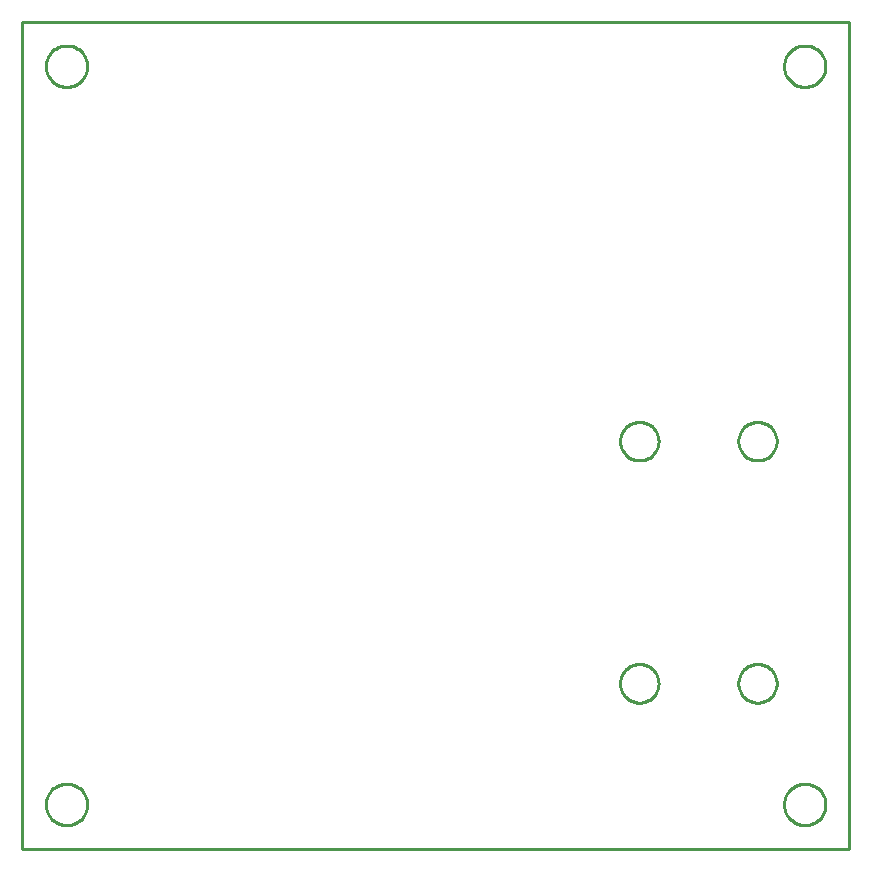
<source format=gbr>
G04 EAGLE Gerber RS-274X export*
G75*
%MOMM*%
%FSLAX34Y34*%
%LPD*%
%IN*%
%IPPOS*%
%AMOC8*
5,1,8,0,0,1.08239X$1,22.5*%
G01*
%ADD10C,0.254000*%


D10*
X0Y0D02*
X700000Y0D01*
X700000Y700000D01*
X0Y700000D01*
X0Y0D01*
X55000Y661927D02*
X54925Y660784D01*
X54776Y659648D01*
X54552Y658524D01*
X54255Y657417D01*
X53887Y656332D01*
X53449Y655274D01*
X52942Y654246D01*
X52369Y653254D01*
X51732Y652301D01*
X51035Y651392D01*
X50279Y650531D01*
X49469Y649721D01*
X48608Y648965D01*
X47699Y648268D01*
X46746Y647631D01*
X45754Y647058D01*
X44726Y646551D01*
X43668Y646113D01*
X42583Y645745D01*
X41476Y645448D01*
X40352Y645225D01*
X39216Y645075D01*
X38073Y645000D01*
X36927Y645000D01*
X35784Y645075D01*
X34648Y645225D01*
X33524Y645448D01*
X32417Y645745D01*
X31332Y646113D01*
X30274Y646551D01*
X29246Y647058D01*
X28254Y647631D01*
X27301Y648268D01*
X26392Y648965D01*
X25531Y649721D01*
X24721Y650531D01*
X23965Y651392D01*
X23268Y652301D01*
X22631Y653254D01*
X22058Y654246D01*
X21551Y655274D01*
X21113Y656332D01*
X20745Y657417D01*
X20448Y658524D01*
X20225Y659648D01*
X20075Y660784D01*
X20000Y661927D01*
X20000Y663073D01*
X20075Y664216D01*
X20225Y665352D01*
X20448Y666476D01*
X20745Y667583D01*
X21113Y668668D01*
X21551Y669726D01*
X22058Y670754D01*
X22631Y671746D01*
X23268Y672699D01*
X23965Y673608D01*
X24721Y674469D01*
X25531Y675279D01*
X26392Y676035D01*
X27301Y676732D01*
X28254Y677369D01*
X29246Y677942D01*
X30274Y678449D01*
X31332Y678887D01*
X32417Y679255D01*
X33524Y679552D01*
X34648Y679776D01*
X35784Y679925D01*
X36927Y680000D01*
X38073Y680000D01*
X39216Y679925D01*
X40352Y679776D01*
X41476Y679552D01*
X42583Y679255D01*
X43668Y678887D01*
X44726Y678449D01*
X45754Y677942D01*
X46746Y677369D01*
X47699Y676732D01*
X48608Y676035D01*
X49469Y675279D01*
X50279Y674469D01*
X51035Y673608D01*
X51732Y672699D01*
X52369Y671746D01*
X52942Y670754D01*
X53449Y669726D01*
X53887Y668668D01*
X54255Y667583D01*
X54552Y666476D01*
X54776Y665352D01*
X54925Y664216D01*
X55000Y663073D01*
X55000Y661927D01*
X680000Y661927D02*
X679925Y660784D01*
X679776Y659648D01*
X679552Y658524D01*
X679255Y657417D01*
X678887Y656332D01*
X678449Y655274D01*
X677942Y654246D01*
X677369Y653254D01*
X676732Y652301D01*
X676035Y651392D01*
X675279Y650531D01*
X674469Y649721D01*
X673608Y648965D01*
X672699Y648268D01*
X671746Y647631D01*
X670754Y647058D01*
X669726Y646551D01*
X668668Y646113D01*
X667583Y645745D01*
X666476Y645448D01*
X665352Y645225D01*
X664216Y645075D01*
X663073Y645000D01*
X661927Y645000D01*
X660784Y645075D01*
X659648Y645225D01*
X658524Y645448D01*
X657417Y645745D01*
X656332Y646113D01*
X655274Y646551D01*
X654246Y647058D01*
X653254Y647631D01*
X652301Y648268D01*
X651392Y648965D01*
X650531Y649721D01*
X649721Y650531D01*
X648965Y651392D01*
X648268Y652301D01*
X647631Y653254D01*
X647058Y654246D01*
X646551Y655274D01*
X646113Y656332D01*
X645745Y657417D01*
X645448Y658524D01*
X645225Y659648D01*
X645075Y660784D01*
X645000Y661927D01*
X645000Y663073D01*
X645075Y664216D01*
X645225Y665352D01*
X645448Y666476D01*
X645745Y667583D01*
X646113Y668668D01*
X646551Y669726D01*
X647058Y670754D01*
X647631Y671746D01*
X648268Y672699D01*
X648965Y673608D01*
X649721Y674469D01*
X650531Y675279D01*
X651392Y676035D01*
X652301Y676732D01*
X653254Y677369D01*
X654246Y677942D01*
X655274Y678449D01*
X656332Y678887D01*
X657417Y679255D01*
X658524Y679552D01*
X659648Y679776D01*
X660784Y679925D01*
X661927Y680000D01*
X663073Y680000D01*
X664216Y679925D01*
X665352Y679776D01*
X666476Y679552D01*
X667583Y679255D01*
X668668Y678887D01*
X669726Y678449D01*
X670754Y677942D01*
X671746Y677369D01*
X672699Y676732D01*
X673608Y676035D01*
X674469Y675279D01*
X675279Y674469D01*
X676035Y673608D01*
X676732Y672699D01*
X677369Y671746D01*
X677942Y670754D01*
X678449Y669726D01*
X678887Y668668D01*
X679255Y667583D01*
X679552Y666476D01*
X679776Y665352D01*
X679925Y664216D01*
X680000Y663073D01*
X680000Y661927D01*
X680000Y36927D02*
X679925Y35784D01*
X679776Y34648D01*
X679552Y33524D01*
X679255Y32417D01*
X678887Y31332D01*
X678449Y30274D01*
X677942Y29246D01*
X677369Y28254D01*
X676732Y27301D01*
X676035Y26392D01*
X675279Y25531D01*
X674469Y24721D01*
X673608Y23965D01*
X672699Y23268D01*
X671746Y22631D01*
X670754Y22058D01*
X669726Y21551D01*
X668668Y21113D01*
X667583Y20745D01*
X666476Y20448D01*
X665352Y20225D01*
X664216Y20075D01*
X663073Y20000D01*
X661927Y20000D01*
X660784Y20075D01*
X659648Y20225D01*
X658524Y20448D01*
X657417Y20745D01*
X656332Y21113D01*
X655274Y21551D01*
X654246Y22058D01*
X653254Y22631D01*
X652301Y23268D01*
X651392Y23965D01*
X650531Y24721D01*
X649721Y25531D01*
X648965Y26392D01*
X648268Y27301D01*
X647631Y28254D01*
X647058Y29246D01*
X646551Y30274D01*
X646113Y31332D01*
X645745Y32417D01*
X645448Y33524D01*
X645225Y34648D01*
X645075Y35784D01*
X645000Y36927D01*
X645000Y38073D01*
X645075Y39216D01*
X645225Y40352D01*
X645448Y41476D01*
X645745Y42583D01*
X646113Y43668D01*
X646551Y44726D01*
X647058Y45754D01*
X647631Y46746D01*
X648268Y47699D01*
X648965Y48608D01*
X649721Y49469D01*
X650531Y50279D01*
X651392Y51035D01*
X652301Y51732D01*
X653254Y52369D01*
X654246Y52942D01*
X655274Y53449D01*
X656332Y53887D01*
X657417Y54255D01*
X658524Y54552D01*
X659648Y54776D01*
X660784Y54925D01*
X661927Y55000D01*
X663073Y55000D01*
X664216Y54925D01*
X665352Y54776D01*
X666476Y54552D01*
X667583Y54255D01*
X668668Y53887D01*
X669726Y53449D01*
X670754Y52942D01*
X671746Y52369D01*
X672699Y51732D01*
X673608Y51035D01*
X674469Y50279D01*
X675279Y49469D01*
X676035Y48608D01*
X676732Y47699D01*
X677369Y46746D01*
X677942Y45754D01*
X678449Y44726D01*
X678887Y43668D01*
X679255Y42583D01*
X679552Y41476D01*
X679776Y40352D01*
X679925Y39216D01*
X680000Y38073D01*
X680000Y36927D01*
X55000Y36927D02*
X54925Y35784D01*
X54776Y34648D01*
X54552Y33524D01*
X54255Y32417D01*
X53887Y31332D01*
X53449Y30274D01*
X52942Y29246D01*
X52369Y28254D01*
X51732Y27301D01*
X51035Y26392D01*
X50279Y25531D01*
X49469Y24721D01*
X48608Y23965D01*
X47699Y23268D01*
X46746Y22631D01*
X45754Y22058D01*
X44726Y21551D01*
X43668Y21113D01*
X42583Y20745D01*
X41476Y20448D01*
X40352Y20225D01*
X39216Y20075D01*
X38073Y20000D01*
X36927Y20000D01*
X35784Y20075D01*
X34648Y20225D01*
X33524Y20448D01*
X32417Y20745D01*
X31332Y21113D01*
X30274Y21551D01*
X29246Y22058D01*
X28254Y22631D01*
X27301Y23268D01*
X26392Y23965D01*
X25531Y24721D01*
X24721Y25531D01*
X23965Y26392D01*
X23268Y27301D01*
X22631Y28254D01*
X22058Y29246D01*
X21551Y30274D01*
X21113Y31332D01*
X20745Y32417D01*
X20448Y33524D01*
X20225Y34648D01*
X20075Y35784D01*
X20000Y36927D01*
X20000Y38073D01*
X20075Y39216D01*
X20225Y40352D01*
X20448Y41476D01*
X20745Y42583D01*
X21113Y43668D01*
X21551Y44726D01*
X22058Y45754D01*
X22631Y46746D01*
X23268Y47699D01*
X23965Y48608D01*
X24721Y49469D01*
X25531Y50279D01*
X26392Y51035D01*
X27301Y51732D01*
X28254Y52369D01*
X29246Y52942D01*
X30274Y53449D01*
X31332Y53887D01*
X32417Y54255D01*
X33524Y54552D01*
X34648Y54776D01*
X35784Y54925D01*
X36927Y55000D01*
X38073Y55000D01*
X39216Y54925D01*
X40352Y54776D01*
X41476Y54552D01*
X42583Y54255D01*
X43668Y53887D01*
X44726Y53449D01*
X45754Y52942D01*
X46746Y52369D01*
X47699Y51732D01*
X48608Y51035D01*
X49469Y50279D01*
X50279Y49469D01*
X51035Y48608D01*
X51732Y47699D01*
X52369Y46746D01*
X52942Y45754D01*
X53449Y44726D01*
X53887Y43668D01*
X54255Y42583D01*
X54552Y41476D01*
X54776Y40352D01*
X54925Y39216D01*
X55000Y38073D01*
X55000Y36927D01*
X538750Y139468D02*
X538680Y138406D01*
X538542Y137352D01*
X538334Y136308D01*
X538059Y135280D01*
X537717Y134273D01*
X537309Y133290D01*
X536839Y132336D01*
X536307Y131414D01*
X535716Y130530D01*
X535068Y129686D01*
X534367Y128886D01*
X533614Y128133D01*
X532814Y127432D01*
X531970Y126784D01*
X531086Y126193D01*
X530164Y125661D01*
X529210Y125191D01*
X528227Y124783D01*
X527220Y124441D01*
X526192Y124166D01*
X525148Y123958D01*
X524094Y123820D01*
X523032Y123750D01*
X521968Y123750D01*
X520906Y123820D01*
X519852Y123958D01*
X518808Y124166D01*
X517780Y124441D01*
X516773Y124783D01*
X515790Y125191D01*
X514836Y125661D01*
X513914Y126193D01*
X513030Y126784D01*
X512186Y127432D01*
X511386Y128133D01*
X510633Y128886D01*
X509932Y129686D01*
X509284Y130530D01*
X508693Y131414D01*
X508161Y132336D01*
X507691Y133290D01*
X507283Y134273D01*
X506941Y135280D01*
X506666Y136308D01*
X506458Y137352D01*
X506320Y138406D01*
X506250Y139468D01*
X506250Y140532D01*
X506320Y141594D01*
X506458Y142648D01*
X506666Y143692D01*
X506941Y144720D01*
X507283Y145727D01*
X507691Y146710D01*
X508161Y147664D01*
X508693Y148586D01*
X509284Y149470D01*
X509932Y150314D01*
X510633Y151114D01*
X511386Y151867D01*
X512186Y152568D01*
X513030Y153216D01*
X513914Y153807D01*
X514836Y154339D01*
X515790Y154809D01*
X516773Y155217D01*
X517780Y155559D01*
X518808Y155834D01*
X519852Y156042D01*
X520906Y156180D01*
X521968Y156250D01*
X523032Y156250D01*
X524094Y156180D01*
X525148Y156042D01*
X526192Y155834D01*
X527220Y155559D01*
X528227Y155217D01*
X529210Y154809D01*
X530164Y154339D01*
X531086Y153807D01*
X531970Y153216D01*
X532814Y152568D01*
X533614Y151867D01*
X534367Y151114D01*
X535068Y150314D01*
X535716Y149470D01*
X536307Y148586D01*
X536839Y147664D01*
X537309Y146710D01*
X537717Y145727D01*
X538059Y144720D01*
X538334Y143692D01*
X538542Y142648D01*
X538680Y141594D01*
X538750Y140532D01*
X538750Y139468D01*
X638750Y139468D02*
X638680Y138406D01*
X638542Y137352D01*
X638334Y136308D01*
X638059Y135280D01*
X637717Y134273D01*
X637309Y133290D01*
X636839Y132336D01*
X636307Y131414D01*
X635716Y130530D01*
X635068Y129686D01*
X634367Y128886D01*
X633614Y128133D01*
X632814Y127432D01*
X631970Y126784D01*
X631086Y126193D01*
X630164Y125661D01*
X629210Y125191D01*
X628227Y124783D01*
X627220Y124441D01*
X626192Y124166D01*
X625148Y123958D01*
X624094Y123820D01*
X623032Y123750D01*
X621968Y123750D01*
X620906Y123820D01*
X619852Y123958D01*
X618808Y124166D01*
X617780Y124441D01*
X616773Y124783D01*
X615790Y125191D01*
X614836Y125661D01*
X613914Y126193D01*
X613030Y126784D01*
X612186Y127432D01*
X611386Y128133D01*
X610633Y128886D01*
X609932Y129686D01*
X609284Y130530D01*
X608693Y131414D01*
X608161Y132336D01*
X607691Y133290D01*
X607283Y134273D01*
X606941Y135280D01*
X606666Y136308D01*
X606458Y137352D01*
X606320Y138406D01*
X606250Y139468D01*
X606250Y140532D01*
X606320Y141594D01*
X606458Y142648D01*
X606666Y143692D01*
X606941Y144720D01*
X607283Y145727D01*
X607691Y146710D01*
X608161Y147664D01*
X608693Y148586D01*
X609284Y149470D01*
X609932Y150314D01*
X610633Y151114D01*
X611386Y151867D01*
X612186Y152568D01*
X613030Y153216D01*
X613914Y153807D01*
X614836Y154339D01*
X615790Y154809D01*
X616773Y155217D01*
X617780Y155559D01*
X618808Y155834D01*
X619852Y156042D01*
X620906Y156180D01*
X621968Y156250D01*
X623032Y156250D01*
X624094Y156180D01*
X625148Y156042D01*
X626192Y155834D01*
X627220Y155559D01*
X628227Y155217D01*
X629210Y154809D01*
X630164Y154339D01*
X631086Y153807D01*
X631970Y153216D01*
X632814Y152568D01*
X633614Y151867D01*
X634367Y151114D01*
X635068Y150314D01*
X635716Y149470D01*
X636307Y148586D01*
X636839Y147664D01*
X637309Y146710D01*
X637717Y145727D01*
X638059Y144720D01*
X638334Y143692D01*
X638542Y142648D01*
X638680Y141594D01*
X638750Y140532D01*
X638750Y139468D01*
X638750Y344468D02*
X638680Y343406D01*
X638542Y342352D01*
X638334Y341308D01*
X638059Y340280D01*
X637717Y339273D01*
X637309Y338290D01*
X636839Y337336D01*
X636307Y336414D01*
X635716Y335530D01*
X635068Y334686D01*
X634367Y333886D01*
X633614Y333133D01*
X632814Y332432D01*
X631970Y331784D01*
X631086Y331193D01*
X630164Y330661D01*
X629210Y330191D01*
X628227Y329783D01*
X627220Y329441D01*
X626192Y329166D01*
X625148Y328958D01*
X624094Y328820D01*
X623032Y328750D01*
X621968Y328750D01*
X620906Y328820D01*
X619852Y328958D01*
X618808Y329166D01*
X617780Y329441D01*
X616773Y329783D01*
X615790Y330191D01*
X614836Y330661D01*
X613914Y331193D01*
X613030Y331784D01*
X612186Y332432D01*
X611386Y333133D01*
X610633Y333886D01*
X609932Y334686D01*
X609284Y335530D01*
X608693Y336414D01*
X608161Y337336D01*
X607691Y338290D01*
X607283Y339273D01*
X606941Y340280D01*
X606666Y341308D01*
X606458Y342352D01*
X606320Y343406D01*
X606250Y344468D01*
X606250Y345532D01*
X606320Y346594D01*
X606458Y347648D01*
X606666Y348692D01*
X606941Y349720D01*
X607283Y350727D01*
X607691Y351710D01*
X608161Y352664D01*
X608693Y353586D01*
X609284Y354470D01*
X609932Y355314D01*
X610633Y356114D01*
X611386Y356867D01*
X612186Y357568D01*
X613030Y358216D01*
X613914Y358807D01*
X614836Y359339D01*
X615790Y359809D01*
X616773Y360217D01*
X617780Y360559D01*
X618808Y360834D01*
X619852Y361042D01*
X620906Y361180D01*
X621968Y361250D01*
X623032Y361250D01*
X624094Y361180D01*
X625148Y361042D01*
X626192Y360834D01*
X627220Y360559D01*
X628227Y360217D01*
X629210Y359809D01*
X630164Y359339D01*
X631086Y358807D01*
X631970Y358216D01*
X632814Y357568D01*
X633614Y356867D01*
X634367Y356114D01*
X635068Y355314D01*
X635716Y354470D01*
X636307Y353586D01*
X636839Y352664D01*
X637309Y351710D01*
X637717Y350727D01*
X638059Y349720D01*
X638334Y348692D01*
X638542Y347648D01*
X638680Y346594D01*
X638750Y345532D01*
X638750Y344468D01*
X538750Y344468D02*
X538680Y343406D01*
X538542Y342352D01*
X538334Y341308D01*
X538059Y340280D01*
X537717Y339273D01*
X537309Y338290D01*
X536839Y337336D01*
X536307Y336414D01*
X535716Y335530D01*
X535068Y334686D01*
X534367Y333886D01*
X533614Y333133D01*
X532814Y332432D01*
X531970Y331784D01*
X531086Y331193D01*
X530164Y330661D01*
X529210Y330191D01*
X528227Y329783D01*
X527220Y329441D01*
X526192Y329166D01*
X525148Y328958D01*
X524094Y328820D01*
X523032Y328750D01*
X521968Y328750D01*
X520906Y328820D01*
X519852Y328958D01*
X518808Y329166D01*
X517780Y329441D01*
X516773Y329783D01*
X515790Y330191D01*
X514836Y330661D01*
X513914Y331193D01*
X513030Y331784D01*
X512186Y332432D01*
X511386Y333133D01*
X510633Y333886D01*
X509932Y334686D01*
X509284Y335530D01*
X508693Y336414D01*
X508161Y337336D01*
X507691Y338290D01*
X507283Y339273D01*
X506941Y340280D01*
X506666Y341308D01*
X506458Y342352D01*
X506320Y343406D01*
X506250Y344468D01*
X506250Y345532D01*
X506320Y346594D01*
X506458Y347648D01*
X506666Y348692D01*
X506941Y349720D01*
X507283Y350727D01*
X507691Y351710D01*
X508161Y352664D01*
X508693Y353586D01*
X509284Y354470D01*
X509932Y355314D01*
X510633Y356114D01*
X511386Y356867D01*
X512186Y357568D01*
X513030Y358216D01*
X513914Y358807D01*
X514836Y359339D01*
X515790Y359809D01*
X516773Y360217D01*
X517780Y360559D01*
X518808Y360834D01*
X519852Y361042D01*
X520906Y361180D01*
X521968Y361250D01*
X523032Y361250D01*
X524094Y361180D01*
X525148Y361042D01*
X526192Y360834D01*
X527220Y360559D01*
X528227Y360217D01*
X529210Y359809D01*
X530164Y359339D01*
X531086Y358807D01*
X531970Y358216D01*
X532814Y357568D01*
X533614Y356867D01*
X534367Y356114D01*
X535068Y355314D01*
X535716Y354470D01*
X536307Y353586D01*
X536839Y352664D01*
X537309Y351710D01*
X537717Y350727D01*
X538059Y349720D01*
X538334Y348692D01*
X538542Y347648D01*
X538680Y346594D01*
X538750Y345532D01*
X538750Y344468D01*
M02*

</source>
